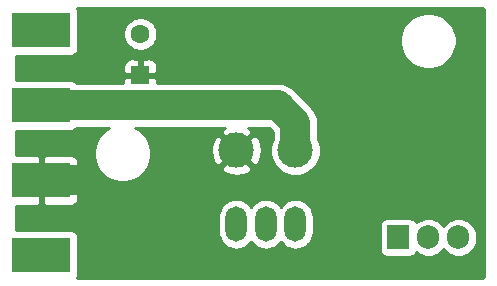
<source format=gbr>
%TF.GenerationSoftware,KiCad,Pcbnew,(5.1.6)-1*%
%TF.CreationDate,2021-04-07T17:53:43+02:00*%
%TF.ProjectId,led_dimmer,6c65645f-6469-46d6-9d65-722e6b696361,rev?*%
%TF.SameCoordinates,Original*%
%TF.FileFunction,Copper,L2,Bot*%
%TF.FilePolarity,Positive*%
%FSLAX46Y46*%
G04 Gerber Fmt 4.6, Leading zero omitted, Abs format (unit mm)*
G04 Created by KiCad (PCBNEW (5.1.6)-1) date 2021-04-07 17:53:43*
%MOMM*%
%LPD*%
G01*
G04 APERTURE LIST*
%TA.AperFunction,ComponentPad*%
%ADD10R,1.600000X1.600000*%
%TD*%
%TA.AperFunction,ComponentPad*%
%ADD11C,1.600000*%
%TD*%
%TA.AperFunction,ComponentPad*%
%ADD12R,5.000000X3.000000*%
%TD*%
%TA.AperFunction,ComponentPad*%
%ADD13R,1.905000X2.000000*%
%TD*%
%TA.AperFunction,ComponentPad*%
%ADD14O,1.905000X2.000000*%
%TD*%
%TA.AperFunction,ComponentPad*%
%ADD15C,3.000000*%
%TD*%
%TA.AperFunction,ComponentPad*%
%ADD16O,1.800000X3.000000*%
%TD*%
%TA.AperFunction,ViaPad*%
%ADD17C,0.800000*%
%TD*%
%TA.AperFunction,Conductor*%
%ADD18C,0.508000*%
%TD*%
%TA.AperFunction,Conductor*%
%ADD19C,2.540000*%
%TD*%
%TA.AperFunction,Conductor*%
%ADD20C,0.254000*%
%TD*%
G04 APERTURE END LIST*
D10*
%TO.P,C1,1*%
%TO.N,12V_int*%
X59182000Y-149860000D03*
D11*
%TO.P,C1,2*%
%TO.N,GND*%
X59182000Y-146360000D03*
%TD*%
D12*
%TO.P,+12V,1*%
%TO.N,+12V*%
X50800000Y-152400000D03*
%TD*%
%TO.P,GND,1*%
%TO.N,GND*%
X50800000Y-146050000D03*
%TD*%
%TO.P,LED+,1*%
%TO.N,12V_int*%
X50800000Y-158750000D03*
%TD*%
%TO.P,LED-,1*%
%TO.N,Net-(J4-Pad1)*%
X50800000Y-165100000D03*
%TD*%
D13*
%TO.P,Q1,1*%
%TO.N,Net-(Q1-Pad1)*%
X81026000Y-163576000D03*
D14*
%TO.P,Q1,2*%
%TO.N,Net-(J4-Pad1)*%
X83566000Y-163576000D03*
%TO.P,Q1,3*%
%TO.N,GND*%
X86106000Y-163576000D03*
%TD*%
D15*
%TO.P,U2,4*%
%TO.N,12V_int*%
X67310000Y-156210000D03*
%TO.P,U2,5*%
%TO.N,+12V*%
X72310000Y-156210000D03*
D16*
%TO.P,U2,1*%
%TO.N,Net-(D2-Pad2)*%
X67310000Y-162460000D03*
%TO.P,U2,2*%
%TO.N,Net-(C4-Pad1)*%
X69810000Y-162460000D03*
%TO.P,U2,3*%
%TO.N,Net-(D1-Pad1)*%
X72310000Y-162460000D03*
%TD*%
D17*
%TO.N,12V_int*%
X77597000Y-146431000D03*
X69088000Y-150114000D03*
%TD*%
D18*
%TO.N,12V_int*%
X77597000Y-146431000D02*
X78359000Y-146431000D01*
X69088000Y-150114000D02*
X68580000Y-149606000D01*
D19*
X50800000Y-158750000D02*
X54102000Y-158750000D01*
%TO.N,+12V*%
X50800000Y-152400000D02*
X70866000Y-152400000D01*
X72310000Y-153844000D02*
X72310000Y-156210000D01*
X70866000Y-152400000D02*
X72310000Y-153844000D01*
%TD*%
D20*
%TO.N,12V_int*%
G36*
X88157197Y-144175047D02*
G01*
X88175662Y-144180622D01*
X88192694Y-144189678D01*
X88207643Y-144201870D01*
X88219938Y-144216732D01*
X88229111Y-144233696D01*
X88234817Y-144252129D01*
X88240001Y-144301455D01*
X88240000Y-166845723D01*
X88234953Y-166897195D01*
X88229377Y-166915663D01*
X88220322Y-166932693D01*
X88208129Y-166947643D01*
X88193266Y-166959939D01*
X88176303Y-166969111D01*
X88157871Y-166974817D01*
X88108554Y-166980000D01*
X53809605Y-166980000D01*
X53830537Y-166954494D01*
X53889502Y-166844180D01*
X53925812Y-166724482D01*
X53938072Y-166600000D01*
X53938072Y-163600000D01*
X53925812Y-163475518D01*
X53889502Y-163355820D01*
X53830537Y-163245506D01*
X53751185Y-163148815D01*
X53654494Y-163069463D01*
X53544180Y-163010498D01*
X53424482Y-162974188D01*
X53300000Y-162961928D01*
X48666000Y-162961928D01*
X48666000Y-161784593D01*
X65775000Y-161784593D01*
X65775000Y-163135408D01*
X65797210Y-163360913D01*
X65884983Y-163650261D01*
X66027520Y-163916927D01*
X66219340Y-164150661D01*
X66453074Y-164342481D01*
X66719740Y-164485017D01*
X67009088Y-164572790D01*
X67310000Y-164602427D01*
X67610913Y-164572790D01*
X67900261Y-164485017D01*
X68166927Y-164342481D01*
X68400661Y-164150661D01*
X68560001Y-163956505D01*
X68719340Y-164150661D01*
X68953074Y-164342481D01*
X69219740Y-164485017D01*
X69509088Y-164572790D01*
X69810000Y-164602427D01*
X70110913Y-164572790D01*
X70400261Y-164485017D01*
X70666927Y-164342481D01*
X70900661Y-164150661D01*
X71060001Y-163956505D01*
X71219340Y-164150661D01*
X71453074Y-164342481D01*
X71719740Y-164485017D01*
X72009088Y-164572790D01*
X72310000Y-164602427D01*
X72610913Y-164572790D01*
X72900261Y-164485017D01*
X73166927Y-164342481D01*
X73400661Y-164150661D01*
X73592481Y-163916927D01*
X73735017Y-163650261D01*
X73822790Y-163360913D01*
X73845000Y-163135408D01*
X73845000Y-162576000D01*
X79435428Y-162576000D01*
X79435428Y-164576000D01*
X79447688Y-164700482D01*
X79483998Y-164820180D01*
X79542963Y-164930494D01*
X79622315Y-165027185D01*
X79719006Y-165106537D01*
X79829320Y-165165502D01*
X79949018Y-165201812D01*
X80073500Y-165214072D01*
X81978500Y-165214072D01*
X82102982Y-165201812D01*
X82222680Y-165165502D01*
X82332994Y-165106537D01*
X82429685Y-165027185D01*
X82509037Y-164930494D01*
X82553905Y-164846553D01*
X82679766Y-164949845D01*
X82955552Y-165097255D01*
X83254797Y-165188030D01*
X83566000Y-165218681D01*
X83877204Y-165188030D01*
X84176449Y-165097255D01*
X84452235Y-164949845D01*
X84693963Y-164751463D01*
X84836000Y-164578391D01*
X84978037Y-164751463D01*
X85219766Y-164949845D01*
X85495552Y-165097255D01*
X85794797Y-165188030D01*
X86106000Y-165218681D01*
X86417204Y-165188030D01*
X86716449Y-165097255D01*
X86992235Y-164949845D01*
X87233963Y-164751463D01*
X87432345Y-164509734D01*
X87579755Y-164233948D01*
X87670530Y-163934703D01*
X87693500Y-163701485D01*
X87693500Y-163450514D01*
X87670530Y-163217296D01*
X87579755Y-162918051D01*
X87432345Y-162642265D01*
X87233963Y-162400537D01*
X86992234Y-162202155D01*
X86716448Y-162054745D01*
X86417203Y-161963970D01*
X86106000Y-161933319D01*
X85794796Y-161963970D01*
X85495551Y-162054745D01*
X85219765Y-162202155D01*
X84978037Y-162400537D01*
X84836000Y-162573609D01*
X84693963Y-162400537D01*
X84452234Y-162202155D01*
X84176448Y-162054745D01*
X83877203Y-161963970D01*
X83566000Y-161933319D01*
X83254796Y-161963970D01*
X82955551Y-162054745D01*
X82679765Y-162202155D01*
X82553905Y-162305446D01*
X82509037Y-162221506D01*
X82429685Y-162124815D01*
X82332994Y-162045463D01*
X82222680Y-161986498D01*
X82102982Y-161950188D01*
X81978500Y-161937928D01*
X80073500Y-161937928D01*
X79949018Y-161950188D01*
X79829320Y-161986498D01*
X79719006Y-162045463D01*
X79622315Y-162124815D01*
X79542963Y-162221506D01*
X79483998Y-162331820D01*
X79447688Y-162451518D01*
X79435428Y-162576000D01*
X73845000Y-162576000D01*
X73845000Y-161784592D01*
X73822790Y-161559087D01*
X73735017Y-161269739D01*
X73592481Y-161003073D01*
X73400661Y-160769339D01*
X73166926Y-160577519D01*
X72900260Y-160434983D01*
X72610912Y-160347210D01*
X72310000Y-160317573D01*
X72009087Y-160347210D01*
X71719739Y-160434983D01*
X71453073Y-160577519D01*
X71219339Y-160769339D01*
X71060000Y-160963495D01*
X70900661Y-160769339D01*
X70666926Y-160577519D01*
X70400260Y-160434983D01*
X70110912Y-160347210D01*
X69810000Y-160317573D01*
X69509087Y-160347210D01*
X69219739Y-160434983D01*
X68953073Y-160577519D01*
X68719339Y-160769339D01*
X68560000Y-160963495D01*
X68400661Y-160769339D01*
X68166926Y-160577519D01*
X67900260Y-160434983D01*
X67610912Y-160347210D01*
X67310000Y-160317573D01*
X67009087Y-160347210D01*
X66719739Y-160434983D01*
X66453073Y-160577519D01*
X66219339Y-160769339D01*
X66027519Y-161003074D01*
X65884983Y-161269740D01*
X65797210Y-161559088D01*
X65775000Y-161784593D01*
X48666000Y-161784593D01*
X48666000Y-160887564D01*
X50514250Y-160885000D01*
X50673000Y-160726250D01*
X50673000Y-158877000D01*
X50927000Y-158877000D01*
X50927000Y-160726250D01*
X51085750Y-160885000D01*
X53300000Y-160888072D01*
X53424482Y-160875812D01*
X53544180Y-160839502D01*
X53654494Y-160780537D01*
X53751185Y-160701185D01*
X53830537Y-160604494D01*
X53889502Y-160494180D01*
X53925812Y-160374482D01*
X53938072Y-160250000D01*
X53935000Y-159035750D01*
X53776250Y-158877000D01*
X50927000Y-158877000D01*
X50673000Y-158877000D01*
X50653000Y-158877000D01*
X50653000Y-158623000D01*
X50673000Y-158623000D01*
X50673000Y-156773750D01*
X50927000Y-156773750D01*
X50927000Y-158623000D01*
X53776250Y-158623000D01*
X53935000Y-158464250D01*
X53938072Y-157250000D01*
X53925812Y-157125518D01*
X53889502Y-157005820D01*
X53830537Y-156895506D01*
X53751185Y-156798815D01*
X53654494Y-156719463D01*
X53544180Y-156660498D01*
X53424482Y-156624188D01*
X53300000Y-156611928D01*
X51085750Y-156615000D01*
X50927000Y-156773750D01*
X50673000Y-156773750D01*
X50514250Y-156615000D01*
X48666000Y-156612436D01*
X48666000Y-154538072D01*
X53300000Y-154538072D01*
X53424482Y-154525812D01*
X53544180Y-154489502D01*
X53654494Y-154430537D01*
X53751185Y-154351185D01*
X53789088Y-154305000D01*
X56550967Y-154305000D01*
X56512506Y-154320931D01*
X56116424Y-154585585D01*
X55779585Y-154922424D01*
X55514931Y-155318506D01*
X55332635Y-155758608D01*
X55239701Y-156225818D01*
X55239701Y-156702182D01*
X55332635Y-157169392D01*
X55514931Y-157609494D01*
X55779585Y-158005576D01*
X56116424Y-158342415D01*
X56512506Y-158607069D01*
X56952608Y-158789365D01*
X57419818Y-158882299D01*
X57896182Y-158882299D01*
X58363392Y-158789365D01*
X58803494Y-158607069D01*
X59199576Y-158342415D01*
X59536415Y-158005576D01*
X59739490Y-157701653D01*
X65997952Y-157701653D01*
X66153962Y-158017214D01*
X66528745Y-158208020D01*
X66933551Y-158322044D01*
X67352824Y-158354902D01*
X67770451Y-158305334D01*
X68170383Y-158175243D01*
X68466038Y-158017214D01*
X68622048Y-157701653D01*
X67310000Y-156389605D01*
X65997952Y-157701653D01*
X59739490Y-157701653D01*
X59801069Y-157609494D01*
X59983365Y-157169392D01*
X60076299Y-156702182D01*
X60076299Y-156252824D01*
X65165098Y-156252824D01*
X65214666Y-156670451D01*
X65344757Y-157070383D01*
X65502786Y-157366038D01*
X65818347Y-157522048D01*
X67130395Y-156210000D01*
X67489605Y-156210000D01*
X68801653Y-157522048D01*
X69117214Y-157366038D01*
X69308020Y-156991255D01*
X69422044Y-156586449D01*
X69454902Y-156167176D01*
X69405334Y-155749549D01*
X69275243Y-155349617D01*
X69117214Y-155053962D01*
X68801653Y-154897952D01*
X67489605Y-156210000D01*
X67130395Y-156210000D01*
X65818347Y-154897952D01*
X65502786Y-155053962D01*
X65311980Y-155428745D01*
X65197956Y-155833551D01*
X65165098Y-156252824D01*
X60076299Y-156252824D01*
X60076299Y-156225818D01*
X59983365Y-155758608D01*
X59801069Y-155318506D01*
X59536415Y-154922424D01*
X59199576Y-154585585D01*
X58803494Y-154320931D01*
X58765033Y-154305000D01*
X66336909Y-154305000D01*
X66153962Y-154402786D01*
X65997952Y-154718347D01*
X67310000Y-156030395D01*
X68622048Y-154718347D01*
X68466038Y-154402786D01*
X68273966Y-154305000D01*
X70076924Y-154305000D01*
X70405000Y-154633077D01*
X70405001Y-155230052D01*
X70257047Y-155587244D01*
X70175000Y-155999721D01*
X70175000Y-156420279D01*
X70257047Y-156832756D01*
X70417988Y-157221302D01*
X70651637Y-157570983D01*
X70949017Y-157868363D01*
X71298698Y-158102012D01*
X71687244Y-158262953D01*
X72099721Y-158345000D01*
X72520279Y-158345000D01*
X72932756Y-158262953D01*
X73321302Y-158102012D01*
X73670983Y-157868363D01*
X73968363Y-157570983D01*
X74202012Y-157221302D01*
X74362953Y-156832756D01*
X74445000Y-156420279D01*
X74445000Y-155999721D01*
X74362953Y-155587244D01*
X74215000Y-155230054D01*
X74215000Y-153937571D01*
X74224216Y-153843999D01*
X74215000Y-153750427D01*
X74215000Y-153750418D01*
X74187436Y-153470555D01*
X74078506Y-153111461D01*
X73901613Y-152780518D01*
X73663556Y-152490444D01*
X73590865Y-152430788D01*
X72279219Y-151119144D01*
X72219556Y-151046444D01*
X71929482Y-150808387D01*
X71598539Y-150631494D01*
X71239445Y-150522564D01*
X70959582Y-150495000D01*
X70959580Y-150495000D01*
X70866000Y-150485783D01*
X70772420Y-150495000D01*
X60619086Y-150495000D01*
X60617000Y-150145750D01*
X60458250Y-149987000D01*
X59309000Y-149987000D01*
X59309000Y-150007000D01*
X59055000Y-150007000D01*
X59055000Y-149987000D01*
X57905750Y-149987000D01*
X57747000Y-150145750D01*
X57744914Y-150495000D01*
X53789088Y-150495000D01*
X53751185Y-150448815D01*
X53654494Y-150369463D01*
X53544180Y-150310498D01*
X53424482Y-150274188D01*
X53300000Y-150261928D01*
X48666000Y-150261928D01*
X48666000Y-149060000D01*
X57743928Y-149060000D01*
X57747000Y-149574250D01*
X57905750Y-149733000D01*
X59055000Y-149733000D01*
X59055000Y-148583750D01*
X59309000Y-148583750D01*
X59309000Y-149733000D01*
X60458250Y-149733000D01*
X60617000Y-149574250D01*
X60620072Y-149060000D01*
X60607812Y-148935518D01*
X60571502Y-148815820D01*
X60512537Y-148705506D01*
X60433185Y-148608815D01*
X60336494Y-148529463D01*
X60226180Y-148470498D01*
X60106482Y-148434188D01*
X59982000Y-148421928D01*
X59467750Y-148425000D01*
X59309000Y-148583750D01*
X59055000Y-148583750D01*
X58896250Y-148425000D01*
X58382000Y-148421928D01*
X58257518Y-148434188D01*
X58137820Y-148470498D01*
X58027506Y-148529463D01*
X57930815Y-148608815D01*
X57851463Y-148705506D01*
X57792498Y-148815820D01*
X57756188Y-148935518D01*
X57743928Y-149060000D01*
X48666000Y-149060000D01*
X48666000Y-148188072D01*
X53300000Y-148188072D01*
X53424482Y-148175812D01*
X53544180Y-148139502D01*
X53654494Y-148080537D01*
X53751185Y-148001185D01*
X53830537Y-147904494D01*
X53889502Y-147794180D01*
X53925812Y-147674482D01*
X53938072Y-147550000D01*
X53938072Y-146218665D01*
X57747000Y-146218665D01*
X57747000Y-146501335D01*
X57802147Y-146778574D01*
X57910320Y-147039727D01*
X58067363Y-147274759D01*
X58267241Y-147474637D01*
X58502273Y-147631680D01*
X58763426Y-147739853D01*
X59040665Y-147795000D01*
X59323335Y-147795000D01*
X59600574Y-147739853D01*
X59861727Y-147631680D01*
X60096759Y-147474637D01*
X60296637Y-147274759D01*
X60453680Y-147039727D01*
X60561853Y-146778574D01*
X60581242Y-146681098D01*
X81181000Y-146681098D01*
X81181000Y-147150902D01*
X81272654Y-147611679D01*
X81452440Y-148045721D01*
X81713450Y-148436349D01*
X82045651Y-148768550D01*
X82436279Y-149029560D01*
X82870321Y-149209346D01*
X83331098Y-149301000D01*
X83800902Y-149301000D01*
X84261679Y-149209346D01*
X84695721Y-149029560D01*
X85086349Y-148768550D01*
X85418550Y-148436349D01*
X85679560Y-148045721D01*
X85859346Y-147611679D01*
X85951000Y-147150902D01*
X85951000Y-146681098D01*
X85859346Y-146220321D01*
X85679560Y-145786279D01*
X85418550Y-145395651D01*
X85086349Y-145063450D01*
X84695721Y-144802440D01*
X84261679Y-144622654D01*
X83800902Y-144531000D01*
X83331098Y-144531000D01*
X82870321Y-144622654D01*
X82436279Y-144802440D01*
X82045651Y-145063450D01*
X81713450Y-145395651D01*
X81452440Y-145786279D01*
X81272654Y-146220321D01*
X81181000Y-146681098D01*
X60581242Y-146681098D01*
X60617000Y-146501335D01*
X60617000Y-146218665D01*
X60561853Y-145941426D01*
X60453680Y-145680273D01*
X60296637Y-145445241D01*
X60096759Y-145245363D01*
X59861727Y-145088320D01*
X59600574Y-144980147D01*
X59323335Y-144925000D01*
X59040665Y-144925000D01*
X58763426Y-144980147D01*
X58502273Y-145088320D01*
X58267241Y-145245363D01*
X58067363Y-145445241D01*
X57910320Y-145680273D01*
X57802147Y-145941426D01*
X57747000Y-146218665D01*
X53938072Y-146218665D01*
X53938072Y-144550000D01*
X53925812Y-144425518D01*
X53889502Y-144305820D01*
X53830537Y-144195506D01*
X53809605Y-144170000D01*
X88105723Y-144170000D01*
X88157197Y-144175047D01*
G37*
X88157197Y-144175047D02*
X88175662Y-144180622D01*
X88192694Y-144189678D01*
X88207643Y-144201870D01*
X88219938Y-144216732D01*
X88229111Y-144233696D01*
X88234817Y-144252129D01*
X88240001Y-144301455D01*
X88240000Y-166845723D01*
X88234953Y-166897195D01*
X88229377Y-166915663D01*
X88220322Y-166932693D01*
X88208129Y-166947643D01*
X88193266Y-166959939D01*
X88176303Y-166969111D01*
X88157871Y-166974817D01*
X88108554Y-166980000D01*
X53809605Y-166980000D01*
X53830537Y-166954494D01*
X53889502Y-166844180D01*
X53925812Y-166724482D01*
X53938072Y-166600000D01*
X53938072Y-163600000D01*
X53925812Y-163475518D01*
X53889502Y-163355820D01*
X53830537Y-163245506D01*
X53751185Y-163148815D01*
X53654494Y-163069463D01*
X53544180Y-163010498D01*
X53424482Y-162974188D01*
X53300000Y-162961928D01*
X48666000Y-162961928D01*
X48666000Y-161784593D01*
X65775000Y-161784593D01*
X65775000Y-163135408D01*
X65797210Y-163360913D01*
X65884983Y-163650261D01*
X66027520Y-163916927D01*
X66219340Y-164150661D01*
X66453074Y-164342481D01*
X66719740Y-164485017D01*
X67009088Y-164572790D01*
X67310000Y-164602427D01*
X67610913Y-164572790D01*
X67900261Y-164485017D01*
X68166927Y-164342481D01*
X68400661Y-164150661D01*
X68560001Y-163956505D01*
X68719340Y-164150661D01*
X68953074Y-164342481D01*
X69219740Y-164485017D01*
X69509088Y-164572790D01*
X69810000Y-164602427D01*
X70110913Y-164572790D01*
X70400261Y-164485017D01*
X70666927Y-164342481D01*
X70900661Y-164150661D01*
X71060001Y-163956505D01*
X71219340Y-164150661D01*
X71453074Y-164342481D01*
X71719740Y-164485017D01*
X72009088Y-164572790D01*
X72310000Y-164602427D01*
X72610913Y-164572790D01*
X72900261Y-164485017D01*
X73166927Y-164342481D01*
X73400661Y-164150661D01*
X73592481Y-163916927D01*
X73735017Y-163650261D01*
X73822790Y-163360913D01*
X73845000Y-163135408D01*
X73845000Y-162576000D01*
X79435428Y-162576000D01*
X79435428Y-164576000D01*
X79447688Y-164700482D01*
X79483998Y-164820180D01*
X79542963Y-164930494D01*
X79622315Y-165027185D01*
X79719006Y-165106537D01*
X79829320Y-165165502D01*
X79949018Y-165201812D01*
X80073500Y-165214072D01*
X81978500Y-165214072D01*
X82102982Y-165201812D01*
X82222680Y-165165502D01*
X82332994Y-165106537D01*
X82429685Y-165027185D01*
X82509037Y-164930494D01*
X82553905Y-164846553D01*
X82679766Y-164949845D01*
X82955552Y-165097255D01*
X83254797Y-165188030D01*
X83566000Y-165218681D01*
X83877204Y-165188030D01*
X84176449Y-165097255D01*
X84452235Y-164949845D01*
X84693963Y-164751463D01*
X84836000Y-164578391D01*
X84978037Y-164751463D01*
X85219766Y-164949845D01*
X85495552Y-165097255D01*
X85794797Y-165188030D01*
X86106000Y-165218681D01*
X86417204Y-165188030D01*
X86716449Y-165097255D01*
X86992235Y-164949845D01*
X87233963Y-164751463D01*
X87432345Y-164509734D01*
X87579755Y-164233948D01*
X87670530Y-163934703D01*
X87693500Y-163701485D01*
X87693500Y-163450514D01*
X87670530Y-163217296D01*
X87579755Y-162918051D01*
X87432345Y-162642265D01*
X87233963Y-162400537D01*
X86992234Y-162202155D01*
X86716448Y-162054745D01*
X86417203Y-161963970D01*
X86106000Y-161933319D01*
X85794796Y-161963970D01*
X85495551Y-162054745D01*
X85219765Y-162202155D01*
X84978037Y-162400537D01*
X84836000Y-162573609D01*
X84693963Y-162400537D01*
X84452234Y-162202155D01*
X84176448Y-162054745D01*
X83877203Y-161963970D01*
X83566000Y-161933319D01*
X83254796Y-161963970D01*
X82955551Y-162054745D01*
X82679765Y-162202155D01*
X82553905Y-162305446D01*
X82509037Y-162221506D01*
X82429685Y-162124815D01*
X82332994Y-162045463D01*
X82222680Y-161986498D01*
X82102982Y-161950188D01*
X81978500Y-161937928D01*
X80073500Y-161937928D01*
X79949018Y-161950188D01*
X79829320Y-161986498D01*
X79719006Y-162045463D01*
X79622315Y-162124815D01*
X79542963Y-162221506D01*
X79483998Y-162331820D01*
X79447688Y-162451518D01*
X79435428Y-162576000D01*
X73845000Y-162576000D01*
X73845000Y-161784592D01*
X73822790Y-161559087D01*
X73735017Y-161269739D01*
X73592481Y-161003073D01*
X73400661Y-160769339D01*
X73166926Y-160577519D01*
X72900260Y-160434983D01*
X72610912Y-160347210D01*
X72310000Y-160317573D01*
X72009087Y-160347210D01*
X71719739Y-160434983D01*
X71453073Y-160577519D01*
X71219339Y-160769339D01*
X71060000Y-160963495D01*
X70900661Y-160769339D01*
X70666926Y-160577519D01*
X70400260Y-160434983D01*
X70110912Y-160347210D01*
X69810000Y-160317573D01*
X69509087Y-160347210D01*
X69219739Y-160434983D01*
X68953073Y-160577519D01*
X68719339Y-160769339D01*
X68560000Y-160963495D01*
X68400661Y-160769339D01*
X68166926Y-160577519D01*
X67900260Y-160434983D01*
X67610912Y-160347210D01*
X67310000Y-160317573D01*
X67009087Y-160347210D01*
X66719739Y-160434983D01*
X66453073Y-160577519D01*
X66219339Y-160769339D01*
X66027519Y-161003074D01*
X65884983Y-161269740D01*
X65797210Y-161559088D01*
X65775000Y-161784593D01*
X48666000Y-161784593D01*
X48666000Y-160887564D01*
X50514250Y-160885000D01*
X50673000Y-160726250D01*
X50673000Y-158877000D01*
X50927000Y-158877000D01*
X50927000Y-160726250D01*
X51085750Y-160885000D01*
X53300000Y-160888072D01*
X53424482Y-160875812D01*
X53544180Y-160839502D01*
X53654494Y-160780537D01*
X53751185Y-160701185D01*
X53830537Y-160604494D01*
X53889502Y-160494180D01*
X53925812Y-160374482D01*
X53938072Y-160250000D01*
X53935000Y-159035750D01*
X53776250Y-158877000D01*
X50927000Y-158877000D01*
X50673000Y-158877000D01*
X50653000Y-158877000D01*
X50653000Y-158623000D01*
X50673000Y-158623000D01*
X50673000Y-156773750D01*
X50927000Y-156773750D01*
X50927000Y-158623000D01*
X53776250Y-158623000D01*
X53935000Y-158464250D01*
X53938072Y-157250000D01*
X53925812Y-157125518D01*
X53889502Y-157005820D01*
X53830537Y-156895506D01*
X53751185Y-156798815D01*
X53654494Y-156719463D01*
X53544180Y-156660498D01*
X53424482Y-156624188D01*
X53300000Y-156611928D01*
X51085750Y-156615000D01*
X50927000Y-156773750D01*
X50673000Y-156773750D01*
X50514250Y-156615000D01*
X48666000Y-156612436D01*
X48666000Y-154538072D01*
X53300000Y-154538072D01*
X53424482Y-154525812D01*
X53544180Y-154489502D01*
X53654494Y-154430537D01*
X53751185Y-154351185D01*
X53789088Y-154305000D01*
X56550967Y-154305000D01*
X56512506Y-154320931D01*
X56116424Y-154585585D01*
X55779585Y-154922424D01*
X55514931Y-155318506D01*
X55332635Y-155758608D01*
X55239701Y-156225818D01*
X55239701Y-156702182D01*
X55332635Y-157169392D01*
X55514931Y-157609494D01*
X55779585Y-158005576D01*
X56116424Y-158342415D01*
X56512506Y-158607069D01*
X56952608Y-158789365D01*
X57419818Y-158882299D01*
X57896182Y-158882299D01*
X58363392Y-158789365D01*
X58803494Y-158607069D01*
X59199576Y-158342415D01*
X59536415Y-158005576D01*
X59739490Y-157701653D01*
X65997952Y-157701653D01*
X66153962Y-158017214D01*
X66528745Y-158208020D01*
X66933551Y-158322044D01*
X67352824Y-158354902D01*
X67770451Y-158305334D01*
X68170383Y-158175243D01*
X68466038Y-158017214D01*
X68622048Y-157701653D01*
X67310000Y-156389605D01*
X65997952Y-157701653D01*
X59739490Y-157701653D01*
X59801069Y-157609494D01*
X59983365Y-157169392D01*
X60076299Y-156702182D01*
X60076299Y-156252824D01*
X65165098Y-156252824D01*
X65214666Y-156670451D01*
X65344757Y-157070383D01*
X65502786Y-157366038D01*
X65818347Y-157522048D01*
X67130395Y-156210000D01*
X67489605Y-156210000D01*
X68801653Y-157522048D01*
X69117214Y-157366038D01*
X69308020Y-156991255D01*
X69422044Y-156586449D01*
X69454902Y-156167176D01*
X69405334Y-155749549D01*
X69275243Y-155349617D01*
X69117214Y-155053962D01*
X68801653Y-154897952D01*
X67489605Y-156210000D01*
X67130395Y-156210000D01*
X65818347Y-154897952D01*
X65502786Y-155053962D01*
X65311980Y-155428745D01*
X65197956Y-155833551D01*
X65165098Y-156252824D01*
X60076299Y-156252824D01*
X60076299Y-156225818D01*
X59983365Y-155758608D01*
X59801069Y-155318506D01*
X59536415Y-154922424D01*
X59199576Y-154585585D01*
X58803494Y-154320931D01*
X58765033Y-154305000D01*
X66336909Y-154305000D01*
X66153962Y-154402786D01*
X65997952Y-154718347D01*
X67310000Y-156030395D01*
X68622048Y-154718347D01*
X68466038Y-154402786D01*
X68273966Y-154305000D01*
X70076924Y-154305000D01*
X70405000Y-154633077D01*
X70405001Y-155230052D01*
X70257047Y-155587244D01*
X70175000Y-155999721D01*
X70175000Y-156420279D01*
X70257047Y-156832756D01*
X70417988Y-157221302D01*
X70651637Y-157570983D01*
X70949017Y-157868363D01*
X71298698Y-158102012D01*
X71687244Y-158262953D01*
X72099721Y-158345000D01*
X72520279Y-158345000D01*
X72932756Y-158262953D01*
X73321302Y-158102012D01*
X73670983Y-157868363D01*
X73968363Y-157570983D01*
X74202012Y-157221302D01*
X74362953Y-156832756D01*
X74445000Y-156420279D01*
X74445000Y-155999721D01*
X74362953Y-155587244D01*
X74215000Y-155230054D01*
X74215000Y-153937571D01*
X74224216Y-153843999D01*
X74215000Y-153750427D01*
X74215000Y-153750418D01*
X74187436Y-153470555D01*
X74078506Y-153111461D01*
X73901613Y-152780518D01*
X73663556Y-152490444D01*
X73590865Y-152430788D01*
X72279219Y-151119144D01*
X72219556Y-151046444D01*
X71929482Y-150808387D01*
X71598539Y-150631494D01*
X71239445Y-150522564D01*
X70959582Y-150495000D01*
X70959580Y-150495000D01*
X70866000Y-150485783D01*
X70772420Y-150495000D01*
X60619086Y-150495000D01*
X60617000Y-150145750D01*
X60458250Y-149987000D01*
X59309000Y-149987000D01*
X59309000Y-150007000D01*
X59055000Y-150007000D01*
X59055000Y-149987000D01*
X57905750Y-149987000D01*
X57747000Y-150145750D01*
X57744914Y-150495000D01*
X53789088Y-150495000D01*
X53751185Y-150448815D01*
X53654494Y-150369463D01*
X53544180Y-150310498D01*
X53424482Y-150274188D01*
X53300000Y-150261928D01*
X48666000Y-150261928D01*
X48666000Y-149060000D01*
X57743928Y-149060000D01*
X57747000Y-149574250D01*
X57905750Y-149733000D01*
X59055000Y-149733000D01*
X59055000Y-148583750D01*
X59309000Y-148583750D01*
X59309000Y-149733000D01*
X60458250Y-149733000D01*
X60617000Y-149574250D01*
X60620072Y-149060000D01*
X60607812Y-148935518D01*
X60571502Y-148815820D01*
X60512537Y-148705506D01*
X60433185Y-148608815D01*
X60336494Y-148529463D01*
X60226180Y-148470498D01*
X60106482Y-148434188D01*
X59982000Y-148421928D01*
X59467750Y-148425000D01*
X59309000Y-148583750D01*
X59055000Y-148583750D01*
X58896250Y-148425000D01*
X58382000Y-148421928D01*
X58257518Y-148434188D01*
X58137820Y-148470498D01*
X58027506Y-148529463D01*
X57930815Y-148608815D01*
X57851463Y-148705506D01*
X57792498Y-148815820D01*
X57756188Y-148935518D01*
X57743928Y-149060000D01*
X48666000Y-149060000D01*
X48666000Y-148188072D01*
X53300000Y-148188072D01*
X53424482Y-148175812D01*
X53544180Y-148139502D01*
X53654494Y-148080537D01*
X53751185Y-148001185D01*
X53830537Y-147904494D01*
X53889502Y-147794180D01*
X53925812Y-147674482D01*
X53938072Y-147550000D01*
X53938072Y-146218665D01*
X57747000Y-146218665D01*
X57747000Y-146501335D01*
X57802147Y-146778574D01*
X57910320Y-147039727D01*
X58067363Y-147274759D01*
X58267241Y-147474637D01*
X58502273Y-147631680D01*
X58763426Y-147739853D01*
X59040665Y-147795000D01*
X59323335Y-147795000D01*
X59600574Y-147739853D01*
X59861727Y-147631680D01*
X60096759Y-147474637D01*
X60296637Y-147274759D01*
X60453680Y-147039727D01*
X60561853Y-146778574D01*
X60581242Y-146681098D01*
X81181000Y-146681098D01*
X81181000Y-147150902D01*
X81272654Y-147611679D01*
X81452440Y-148045721D01*
X81713450Y-148436349D01*
X82045651Y-148768550D01*
X82436279Y-149029560D01*
X82870321Y-149209346D01*
X83331098Y-149301000D01*
X83800902Y-149301000D01*
X84261679Y-149209346D01*
X84695721Y-149029560D01*
X85086349Y-148768550D01*
X85418550Y-148436349D01*
X85679560Y-148045721D01*
X85859346Y-147611679D01*
X85951000Y-147150902D01*
X85951000Y-146681098D01*
X85859346Y-146220321D01*
X85679560Y-145786279D01*
X85418550Y-145395651D01*
X85086349Y-145063450D01*
X84695721Y-144802440D01*
X84261679Y-144622654D01*
X83800902Y-144531000D01*
X83331098Y-144531000D01*
X82870321Y-144622654D01*
X82436279Y-144802440D01*
X82045651Y-145063450D01*
X81713450Y-145395651D01*
X81452440Y-145786279D01*
X81272654Y-146220321D01*
X81181000Y-146681098D01*
X60581242Y-146681098D01*
X60617000Y-146501335D01*
X60617000Y-146218665D01*
X60561853Y-145941426D01*
X60453680Y-145680273D01*
X60296637Y-145445241D01*
X60096759Y-145245363D01*
X59861727Y-145088320D01*
X59600574Y-144980147D01*
X59323335Y-144925000D01*
X59040665Y-144925000D01*
X58763426Y-144980147D01*
X58502273Y-145088320D01*
X58267241Y-145245363D01*
X58067363Y-145445241D01*
X57910320Y-145680273D01*
X57802147Y-145941426D01*
X57747000Y-146218665D01*
X53938072Y-146218665D01*
X53938072Y-144550000D01*
X53925812Y-144425518D01*
X53889502Y-144305820D01*
X53830537Y-144195506D01*
X53809605Y-144170000D01*
X88105723Y-144170000D01*
X88157197Y-144175047D01*
%TD*%
M02*

</source>
